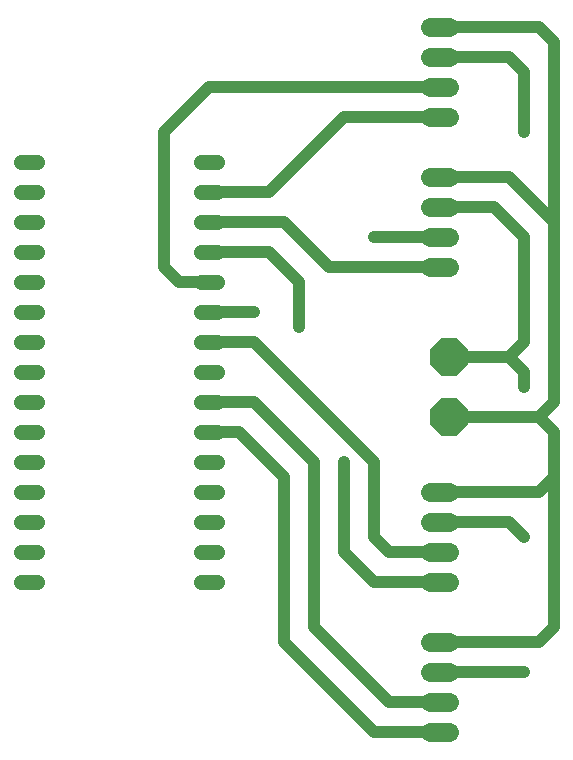
<source format=gbr>
G04 EAGLE Gerber RS-274X export*
G75*
%MOMM*%
%FSLAX34Y34*%
%LPD*%
%INBottom Copper*%
%IPPOS*%
%AMOC8*
5,1,8,0,0,1.08239X$1,22.5*%
G01*
%ADD10C,1.308000*%
%ADD11C,1.605000*%
%ADD12P,3.436588X8X22.500000*%
%ADD13C,1.000000*%
%ADD14C,0.806400*%


D10*
X196660Y165100D02*
X209740Y165100D01*
X209740Y190500D02*
X196660Y190500D01*
X196660Y215900D02*
X209740Y215900D01*
X209740Y241300D02*
X196660Y241300D01*
X196660Y266700D02*
X209740Y266700D01*
X209740Y292100D02*
X196660Y292100D01*
X196660Y317500D02*
X209740Y317500D01*
X209740Y342900D02*
X196660Y342900D01*
X196660Y368300D02*
X209740Y368300D01*
X209740Y393700D02*
X196660Y393700D01*
X196660Y419100D02*
X209740Y419100D01*
X209740Y444500D02*
X196660Y444500D01*
X57340Y165100D02*
X44260Y165100D01*
X44260Y190500D02*
X57340Y190500D01*
X57340Y215900D02*
X44260Y215900D01*
X44260Y368300D02*
X57340Y368300D01*
X57340Y393700D02*
X44260Y393700D01*
X44260Y419100D02*
X57340Y419100D01*
X57340Y444500D02*
X44260Y444500D01*
X44260Y520700D02*
X57340Y520700D01*
X196660Y520700D02*
X209740Y520700D01*
X209740Y495300D02*
X196660Y495300D01*
X196660Y469900D02*
X209740Y469900D01*
X57340Y495300D02*
X44260Y495300D01*
X44260Y469900D02*
X57340Y469900D01*
X57340Y241300D02*
X44260Y241300D01*
X44260Y342900D02*
X57340Y342900D01*
X57340Y317500D02*
X44260Y317500D01*
X44260Y292100D02*
X57340Y292100D01*
X57340Y266700D02*
X44260Y266700D01*
D11*
X390350Y38100D02*
X406400Y38100D01*
X406400Y63500D02*
X390350Y63500D01*
X390350Y88900D02*
X406400Y88900D01*
X406400Y114300D02*
X390350Y114300D01*
X390350Y558800D02*
X406400Y558800D01*
X406400Y584200D02*
X390350Y584200D01*
X390350Y609600D02*
X406400Y609600D01*
X406400Y635000D02*
X390350Y635000D01*
X390350Y431800D02*
X406400Y431800D01*
X406400Y457200D02*
X390350Y457200D01*
X390350Y482600D02*
X406400Y482600D01*
X406400Y508000D02*
X390350Y508000D01*
X390350Y165100D02*
X406400Y165100D01*
X406400Y190500D02*
X390350Y190500D01*
X390350Y215900D02*
X406400Y215900D01*
X406400Y241300D02*
X390350Y241300D01*
D12*
X406400Y355600D03*
X406400Y304800D03*
D13*
X482600Y304800D02*
X495300Y317500D01*
X495300Y469900D01*
X457200Y508000D01*
X406400Y508000D01*
X495300Y469900D02*
X495300Y622300D01*
X482600Y635000D01*
X406400Y635000D01*
X482600Y304800D02*
X495300Y292100D01*
X495300Y254000D01*
X495300Y127000D01*
X482600Y114300D01*
X406400Y114300D01*
X482600Y241300D02*
X495300Y254000D01*
X482600Y241300D02*
X406400Y241300D01*
X406400Y304800D02*
X482600Y304800D01*
X457200Y355600D02*
X469900Y368300D01*
X469900Y457200D01*
X469900Y546100D02*
X469900Y596900D01*
X457200Y609600D01*
X406400Y609600D01*
X444500Y482600D02*
X469900Y457200D01*
X444500Y482600D02*
X406400Y482600D01*
D14*
X469900Y457200D03*
X469900Y546100D03*
D13*
X457200Y355600D02*
X469900Y342900D01*
X469900Y330200D01*
X457200Y215900D02*
X469900Y203200D01*
X457200Y215900D02*
X406400Y215900D01*
X406400Y88900D02*
X469900Y88900D01*
D14*
X469900Y88900D03*
X469900Y203200D03*
X469900Y330200D03*
D13*
X457200Y355600D02*
X406400Y355600D01*
X406400Y558800D02*
X317500Y558800D01*
X254000Y495300D01*
X203200Y495300D01*
X203200Y584200D02*
X406400Y584200D01*
X203200Y584200D02*
X165100Y546100D01*
X165100Y431800D01*
X177800Y419100D01*
X203200Y419100D01*
X304800Y431800D02*
X406400Y431800D01*
X304800Y431800D02*
X266700Y469900D01*
X203200Y469900D01*
X342900Y457200D02*
X406400Y457200D01*
X241300Y393700D02*
X203200Y393700D01*
D14*
X342900Y457200D03*
X241300Y393700D03*
D13*
X342900Y165100D02*
X406400Y165100D01*
X342900Y165100D02*
X317500Y190500D01*
X317500Y266700D01*
X254000Y444500D02*
X203200Y444500D01*
X279400Y419100D02*
X279400Y381000D01*
X279400Y419100D02*
X254000Y444500D01*
D14*
X279400Y381000D03*
X317500Y266700D03*
D13*
X355600Y190500D02*
X406400Y190500D01*
X355600Y190500D02*
X342900Y203200D01*
X342900Y266700D01*
X241300Y368300D01*
X203200Y368300D01*
X342900Y38100D02*
X406400Y38100D01*
X342900Y38100D02*
X266700Y114300D01*
X266700Y254000D01*
X228600Y292100D01*
X203200Y292100D01*
X355600Y63500D02*
X406400Y63500D01*
X355600Y63500D02*
X292100Y127000D01*
X292100Y266700D01*
X241300Y317500D01*
X203200Y317500D01*
M02*

</source>
